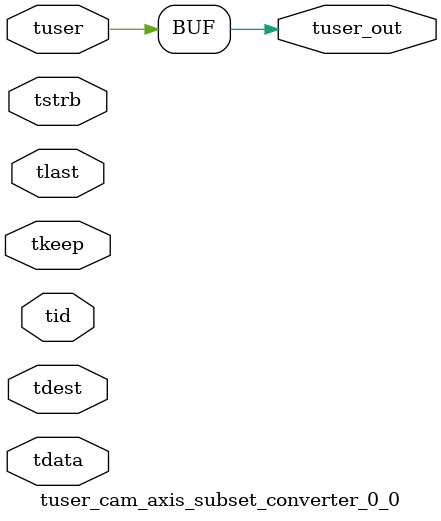
<source format=v>


`timescale 1ps/1ps

module tuser_cam_axis_subset_converter_0_0 #
(
parameter C_S_AXIS_TUSER_WIDTH = 1,
parameter C_S_AXIS_TDATA_WIDTH = 32,
parameter C_S_AXIS_TID_WIDTH   = 0,
parameter C_S_AXIS_TDEST_WIDTH = 0,
parameter C_M_AXIS_TUSER_WIDTH = 1
)
(
input  [(C_S_AXIS_TUSER_WIDTH == 0 ? 1 : C_S_AXIS_TUSER_WIDTH)-1:0     ] tuser,
input  [(C_S_AXIS_TDATA_WIDTH == 0 ? 1 : C_S_AXIS_TDATA_WIDTH)-1:0     ] tdata,
input  [(C_S_AXIS_TID_WIDTH   == 0 ? 1 : C_S_AXIS_TID_WIDTH)-1:0       ] tid,
input  [(C_S_AXIS_TDEST_WIDTH == 0 ? 1 : C_S_AXIS_TDEST_WIDTH)-1:0     ] tdest,
input  [(C_S_AXIS_TDATA_WIDTH/8)-1:0 ] tkeep,
input  [(C_S_AXIS_TDATA_WIDTH/8)-1:0 ] tstrb,
input                                                                    tlast,
output [C_M_AXIS_TUSER_WIDTH-1:0] tuser_out
);

assign tuser_out = {tuser[0:0]};

endmodule


</source>
